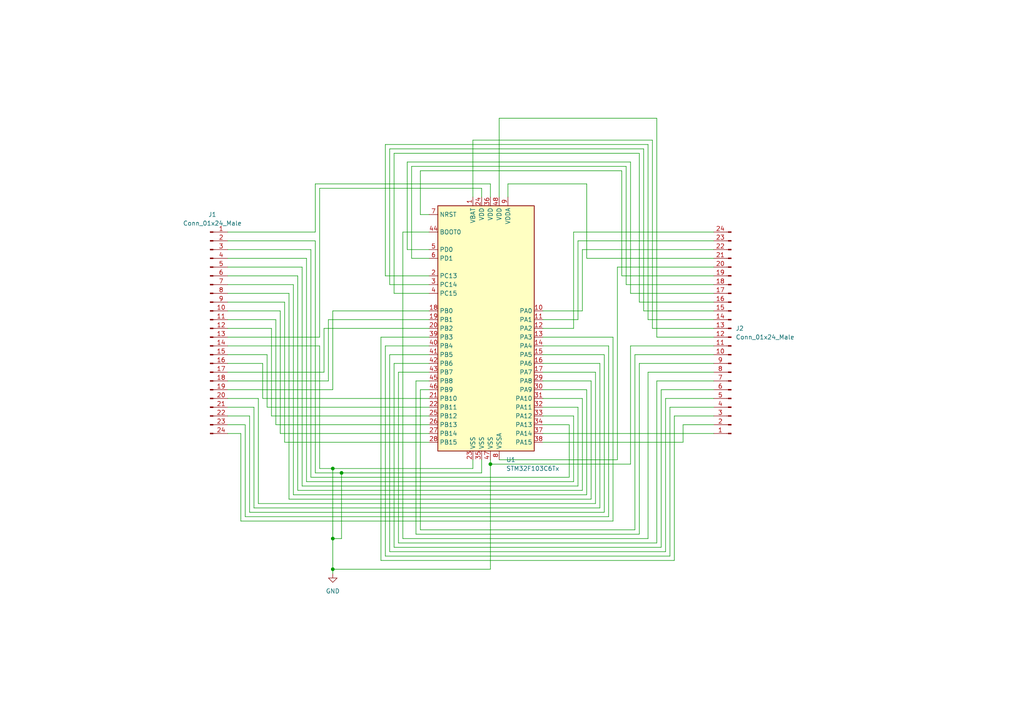
<source format=kicad_sch>
(kicad_sch (version 20211123) (generator eeschema)
  (paper "A4")
  (lib_symbols
    (symbol "Connector:Conn_01x24_Male" (pin_names (offset 1.016) hide)
      (property "Reference" "J" (at 0 30.48 0))
      (property "Value" "Conn_01x24_Male" (at 0 -33.02 0))
      (symbol "Conn_01x24_Male_1_1"
        (polyline (pts (xy 1.27 -30.48) (xy 0.8636 -30.48)) (stroke (width 0.1524)))
        (polyline (pts (xy 1.27 -27.94) (xy 0.8636 -27.94)) (stroke (width 0.1524)))
        (polyline (pts (xy 1.27 -25.4) (xy 0.8636 -25.4)) (stroke (width 0.1524)))
        (polyline (pts (xy 1.27 -22.86) (xy 0.8636 -22.86)) (stroke (width 0.1524)))
        (polyline (pts (xy 1.27 -20.32) (xy 0.8636 -20.32)) (stroke (width 0.1524)))
        (polyline (pts (xy 1.27 -17.78) (xy 0.8636 -17.78)) (stroke (width 0.1524)))
        (polyline (pts (xy 1.27 -15.24) (xy 0.8636 -15.24)) (stroke (width 0.1524)))
        (polyline (pts (xy 1.27 -12.7) (xy 0.8636 -12.7)) (stroke (width 0.1524)))
        (polyline (pts (xy 1.27 -10.16) (xy 0.8636 -10.16)) (stroke (width 0.1524)))
        (polyline (pts (xy 1.27 -7.62) (xy 0.8636 -7.62)) (stroke (width 0.1524)))
        (polyline (pts (xy 1.27 -5.08) (xy 0.8636 -5.08)) (stroke (width 0.1524)))
        (polyline (pts (xy 1.27 -2.54) (xy 0.8636 -2.54)) (stroke (width 0.1524)))
        (polyline (pts (xy 1.27 0) (xy 0.8636 0)) (stroke (width 0.1524)))
        (polyline (pts (xy 1.27 2.54) (xy 0.8636 2.54)) (stroke (width 0.1524)))
        (polyline (pts (xy 1.27 5.08) (xy 0.8636 5.08)) (stroke (width 0.1524)))
        (polyline (pts (xy 1.27 7.62) (xy 0.8636 7.62)) (stroke (width 0.1524)))
        (polyline (pts (xy 1.27 10.16) (xy 0.8636 10.16)) (stroke (width 0.1524)))
        (polyline (pts (xy 1.27 12.7) (xy 0.8636 12.7)) (stroke (width 0.1524)))
        (polyline (pts (xy 1.27 15.24) (xy 0.8636 15.24)) (stroke (width 0.1524)))
        (polyline (pts (xy 1.27 17.78) (xy 0.8636 17.78)) (stroke (width 0.1524)))
        (polyline (pts (xy 1.27 20.32) (xy 0.8636 20.32)) (stroke (width 0.1524)))
        (polyline (pts (xy 1.27 22.86) (xy 0.8636 22.86)) (stroke (width 0.1524)))
        (polyline (pts (xy 1.27 25.4) (xy 0.8636 25.4)) (stroke (width 0.1524)))
        (polyline (pts (xy 1.27 27.94) (xy 0.8636 27.94)) (stroke (width 0.1524)))
        (rectangle (start 0.8636 -30.353) (end 0 -30.607) (stroke (width 0.1524)) (fill (type outline)))
        (rectangle (start 0.8636 -27.813) (end 0 -28.067) (stroke (width 0.1524)) (fill (type outline)))
        (rectangle (start 0.8636 -25.273) (end 0 -25.527) (stroke (width 0.1524)) (fill (type outline)))
        (rectangle (start 0.8636 -22.733) (end 0 -22.987) (stroke (width 0.1524)) (fill (type outline)))
        (rectangle (start 0.8636 -20.193) (end 0 -20.447) (stroke (width 0.1524)) (fill (type outline)))
        (rectangle (start 0.8636 -17.653) (end 0 -17.907) (stroke (width 0.1524)) (fill (type outline)))
        (rectangle (start 0.8636 -15.113) (end 0 -15.367) (stroke (width 0.1524)) (fill (type outline)))
        (rectangle (start 0.8636 -12.573) (end 0 -12.827) (stroke (width 0.1524)) (fill (type outline)))
        (rectangle (start 0.8636 -10.033) (end 0 -10.287) (stroke (width 0.1524)) (fill (type outline)))
        (rectangle (start 0.8636 -7.493) (end 0 -7.747) (stroke (width 0.1524)) (fill (type outline)))
        (rectangle (start 0.8636 -4.953) (end 0 -5.207) (stroke (width 0.1524)) (fill (type outline)))
        (rectangle (start 0.8636 -2.413) (end 0 -2.667) (stroke (width 0.1524)) (fill (type outline)))
        (rectangle (start 0.8636 0.127) (end 0 -0.127) (stroke (width 0.1524)) (fill (type outline)))
        (rectangle (start 0.8636 2.667) (end 0 2.413) (stroke (width 0.1524)) (fill (type outline)))
        (rectangle (start 0.8636 5.207) (end 0 4.953) (stroke (width 0.1524)) (fill (type outline)))
        (rectangle (start 0.8636 7.747) (end 0 7.493) (stroke (width 0.1524)) (fill (type outline)))
        (rectangle (start 0.8636 10.287) (end 0 10.033) (stroke (width 0.1524)) (fill (type outline)))
        (rectangle (start 0.8636 12.827) (end 0 12.573) (stroke (width 0.1524)) (fill (type outline)))
        (rectangle (start 0.8636 15.367) (end 0 15.113) (stroke (width 0.1524)) (fill (type outline)))
        (rectangle (start 0.8636 17.907) (end 0 17.653) (stroke (width 0.1524)) (fill (type outline)))
        (rectangle (start 0.8636 20.447) (end 0 20.193) (stroke (width 0.1524)) (fill (type outline)))
        (rectangle (start 0.8636 22.987) (end 0 22.733) (stroke (width 0.1524)) (fill (type outline)))
        (rectangle (start 0.8636 25.527) (end 0 25.273) (stroke (width 0.1524)) (fill (type outline)))
        (rectangle (start 0.8636 28.067) (end 0 27.813) (stroke (width 0.1524)) (fill (type outline)))
        (pin passive line (at 5.08 27.94 180) (length 3.81) (name "Pin_1") (number "1"))
        (pin passive line (at 5.08 5.08 180) (length 3.81) (name "Pin_10") (number "10"))
        (pin passive line (at 5.08 2.54 180) (length 3.81) (name "Pin_11") (number "11"))
        (pin passive line (at 5.08 0 180) (length 3.81) (name "Pin_12") (number "12"))
        (pin passive line (at 5.08 -2.54 180) (length 3.81) (name "Pin_13") (number "13"))
        (pin passive line (at 5.08 -5.08 180) (length 3.81) (name "Pin_14") (number "14"))
        (pin passive line (at 5.08 -7.62 180) (length 3.81) (name "Pin_15") (number "15"))
        (pin passive line (at 5.08 -10.16 180) (length 3.81) (name "Pin_16") (number "16"))
        (pin passive line (at 5.08 -12.7 180) (length 3.81) (name "Pin_17") (number "17"))
        (pin passive line (at 5.08 -15.24 180) (length 3.81) (name "Pin_18") (number "18"))
        (pin passive line (at 5.08 -17.78 180) (length 3.81) (name "Pin_19") (number "19"))
        (pin passive line (at 5.08 25.4 180) (length 3.81) (name "Pin_2") (number "2"))
        (pin passive line (at 5.08 -20.32 180) (length 3.81) (name "Pin_20") (number "20"))
        (pin passive line (at 5.08 -22.86 180) (length 3.81) (name "Pin_21") (number "21"))
        (pin passive line (at 5.08 -25.4 180) (length 3.81) (name "Pin_22") (number "22"))
        (pin passive line (at 5.08 -27.94 180) (length 3.81) (name "Pin_23") (number "23"))
        (pin passive line (at 5.08 -30.48 180) (length 3.81) (name "Pin_24") (number "24"))
        (pin passive line (at 5.08 22.86 180) (length 3.81) (name "Pin_3") (number "3"))
        (pin passive line (at 5.08 20.32 180) (length 3.81) (name "Pin_4") (number "4"))
        (pin passive line (at 5.08 17.78 180) (length 3.81) (name "Pin_5") (number "5"))
        (pin passive line (at 5.08 15.24 180) (length 3.81) (name "Pin_6") (number "6"))
        (pin passive line (at 5.08 12.7 180) (length 3.81) (name "Pin_7") (number "7"))
        (pin passive line (at 5.08 10.16 180) (length 3.81) (name "Pin_8") (number "8"))
        (pin passive line (at 5.08 7.62 180) (length 3.81) (name "Pin_9") (number "9"))
      )
    )
    (symbol "MCU_ST_STM32F1:STM32F103C6Tx"
      (property "Reference" "U" (at -15.24 36.83 0))
      (property "Value" "STM32F103C6Tx" (at 7.62 36.83 0))
      (symbol "STM32F103C6Tx_0_1"
        (rectangle (start -15.24 -35.56) (end 12.7 35.56) (stroke (width 0.254)) (fill (type background)))
      )
      (symbol "STM32F103C6Tx_1_1"
        (pin power_in line (at -5.08 38.1 270) (length 2.54) (name "VBAT") (number "1"))
        (pin bidirectional line (at 15.24 5.08 180) (length 2.54) (name "PA0") (number "10"))
        (pin bidirectional line (at 15.24 2.54 180) (length 2.54) (name "PA1") (number "11"))
        (pin bidirectional line (at 15.24 0 180) (length 2.54) (name "PA2") (number "12"))
        (pin bidirectional line (at 15.24 -2.54 180) (length 2.54) (name "PA3") (number "13"))
        (pin bidirectional line (at 15.24 -5.08 180) (length 2.54) (name "PA4") (number "14"))
        (pin bidirectional line (at 15.24 -7.62 180) (length 2.54) (name "PA5") (number "15"))
        (pin bidirectional line (at 15.24 -10.16 180) (length 2.54) (name "PA6") (number "16"))
        (pin bidirectional line (at 15.24 -12.7 180) (length 2.54) (name "PA7") (number "17"))
        (pin bidirectional line (at -17.78 5.08 0) (length 2.54) (name "PB0") (number "18"))
        (pin bidirectional line (at -17.78 2.54 0) (length 2.54) (name "PB1") (number "19"))
        (pin bidirectional line (at -17.78 15.24 0) (length 2.54) (name "PC13") (number "2"))
        (pin bidirectional line (at -17.78 0 0) (length 2.54) (name "PB2") (number "20"))
        (pin bidirectional line (at -17.78 -20.32 0) (length 2.54) (name "PB10") (number "21"))
        (pin bidirectional line (at -17.78 -22.86 0) (length 2.54) (name "PB11") (number "22"))
        (pin power_in line (at -5.08 -38.1 90) (length 2.54) (name "VSS") (number "23"))
        (pin power_in line (at -2.54 38.1 270) (length 2.54) (name "VDD") (number "24"))
        (pin bidirectional line (at -17.78 -25.4 0) (length 2.54) (name "PB12") (number "25"))
        (pin bidirectional line (at -17.78 -27.94 0) (length 2.54) (name "PB13") (number "26"))
        (pin bidirectional line (at -17.78 -30.48 0) (length 2.54) (name "PB14") (number "27"))
        (pin bidirectional line (at -17.78 -33.02 0) (length 2.54) (name "PB15") (number "28"))
        (pin bidirectional line (at 15.24 -15.24 180) (length 2.54) (name "PA8") (number "29"))
        (pin bidirectional line (at -17.78 12.7 0) (length 2.54) (name "PC14") (number "3"))
        (pin bidirectional line (at 15.24 -17.78 180) (length 2.54) (name "PA9") (number "30"))
        (pin bidirectional line (at 15.24 -20.32 180) (length 2.54) (name "PA10") (number "31"))
        (pin bidirectional line (at 15.24 -22.86 180) (length 2.54) (name "PA11") (number "32"))
        (pin bidirectional line (at 15.24 -25.4 180) (length 2.54) (name "PA12") (number "33"))
        (pin bidirectional line (at 15.24 -27.94 180) (length 2.54) (name "PA13") (number "34"))
        (pin power_in line (at -2.54 -38.1 90) (length 2.54) (name "VSS") (number "35"))
        (pin power_in line (at 0 38.1 270) (length 2.54) (name "VDD") (number "36"))
        (pin bidirectional line (at 15.24 -30.48 180) (length 2.54) (name "PA14") (number "37"))
        (pin bidirectional line (at 15.24 -33.02 180) (length 2.54) (name "PA15") (number "38"))
        (pin bidirectional line (at -17.78 -2.54 0) (length 2.54) (name "PB3") (number "39"))
        (pin bidirectional line (at -17.78 10.16 0) (length 2.54) (name "PC15") (number "4"))
        (pin bidirectional line (at -17.78 -5.08 0) (length 2.54) (name "PB4") (number "40"))
        (pin bidirectional line (at -17.78 -7.62 0) (length 2.54) (name "PB5") (number "41"))
        (pin bidirectional line (at -17.78 -10.16 0) (length 2.54) (name "PB6") (number "42"))
        (pin bidirectional line (at -17.78 -12.7 0) (length 2.54) (name "PB7") (number "43"))
        (pin input line (at -17.78 27.94 0) (length 2.54) (name "BOOT0") (number "44"))
        (pin bidirectional line (at -17.78 -15.24 0) (length 2.54) (name "PB8") (number "45"))
        (pin bidirectional line (at -17.78 -17.78 0) (length 2.54) (name "PB9") (number "46"))
        (pin power_in line (at 0 -38.1 90) (length 2.54) (name "VSS") (number "47"))
        (pin power_in line (at 2.54 38.1 270) (length 2.54) (name "VDD") (number "48"))
        (pin input line (at -17.78 22.86 0) (length 2.54) (name "PD0") (number "5"))
        (pin input line (at -17.78 20.32 0) (length 2.54) (name "PD1") (number "6"))
        (pin input line (at -17.78 33.02 0) (length 2.54) (name "NRST") (number "7"))
        (pin power_in line (at 2.54 -38.1 90) (length 2.54) (name "VSSA") (number "8"))
        (pin power_in line (at 5.08 38.1 270) (length 2.54) (name "VDDA") (number "9"))
      )
    )
    (symbol "power:GND" (power) (pin_names (offset 0))
      (property "Value" "GND" (at 0 -3.81 0))
      (symbol "GND_0_1"
        (polyline (pts (xy 0 0) (xy 0 -1.27) (xy 1.27 -1.27) (xy 0 -2.54) (xy -1.27 -1.27) (xy 0 -1.27)))
      )
      (symbol "GND_1_1"
        (pin power_in line (at 0 0 270) (length 0) hide (name "GND") (number "1"))
      )
    )
  )
  (junction (at 96.52 156.21))
  (junction (at 142.24 134.62))
  (junction (at 96.52 135.89))
  (junction (at 99.06 137.16))
  (junction (at 96.52 165.1))
  (wire (pts (xy 88.9 139.7) (xy 88.9 74.93)))
  (wire (pts (xy 168.91 72.39) (xy 207.01 72.39)))
  (wire (pts (xy 168.91 90.17) (xy 168.91 72.39)))
  (wire (pts (xy 144.78 57.15) (xy 144.78 34.29)))
  (wire (pts (xy 187.96 107.95) (xy 207.01 107.95)))
  (wire (pts (xy 111.76 161.29) (xy 194.31 161.29)))
  (wire (pts (xy 186.69 90.17) (xy 207.01 90.17)))
  (wire (pts (xy 82.55 128.27) (xy 82.55 87.63)))
  (wire (pts (xy 72.39 120.65) (xy 66.04 120.65)))
  (wire (pts (xy 110.49 97.79) (xy 110.49 162.56)))
  (wire (pts (xy 124.46 128.27) (xy 82.55 128.27)))
  (wire (pts (xy 119.38 74.93) (xy 119.38 48.26)))
  (wire (pts (xy 121.92 62.23) (xy 121.92 49.53)))
  (wire (pts (xy 124.46 97.79) (xy 110.49 97.79)))
  (wire (pts (xy 95.25 92.71) (xy 95.25 110.49)))
  (wire (pts (xy 124.46 102.87) (xy 113.03 102.87)))
  (wire (pts (xy 124.46 105.41) (xy 114.3 105.41)))
  (wire (pts (xy 113.03 160.02) (xy 193.04 160.02)))
  (wire (pts (xy 124.46 90.17) (xy 96.52 90.17)))
  (wire (pts (xy 173.99 105.41) (xy 173.99 147.32)))
  (wire (pts (xy 185.42 105.41) (xy 207.01 105.41)))
  (wire (pts (xy 175.26 148.59) (xy 72.39 148.59)))
  (wire (pts (xy 190.5 157.48) (xy 190.5 110.49)))
  (wire (pts (xy 124.46 92.71) (xy 95.25 92.71)))
  (wire (pts (xy 157.48 110.49) (xy 171.45 110.49)))
  (wire (pts (xy 74.93 146.05) (xy 74.93 115.57)))
  (wire (pts (xy 147.32 53.34) (xy 170.18 53.34)))
  (wire (pts (xy 78.74 120.65) (xy 78.74 95.25)))
  (wire (pts (xy 166.37 95.25) (xy 166.37 67.31)))
  (wire (pts (xy 71.12 123.19) (xy 66.04 123.19)))
  (wire (pts (xy 170.18 74.93) (xy 207.01 74.93)))
  (wire (pts (xy 118.11 46.99) (xy 182.88 46.99)))
  (wire (pts (xy 96.52 135.89) (xy 96.52 156.21)))
  (wire (pts (xy 166.37 120.65) (xy 166.37 139.7)))
  (wire (pts (xy 157.48 107.95) (xy 172.72 107.95)))
  (wire (pts (xy 91.44 53.34) (xy 91.44 67.31)))
  (wire (pts (xy 87.63 77.47) (xy 66.04 77.47)))
  (wire (pts (xy 195.58 120.65) (xy 207.01 120.65)))
  (wire (pts (xy 124.46 125.73) (xy 81.28 125.73)))
  (wire (pts (xy 96.52 165.1) (xy 96.52 166.37)))
  (wire (pts (xy 78.74 95.25) (xy 66.04 95.25)))
  (wire (pts (xy 182.88 46.99) (xy 182.88 85.09)))
  (wire (pts (xy 157.48 90.17) (xy 168.91 90.17)))
  (wire (pts (xy 124.46 107.95) (xy 115.57 107.95)))
  (wire (pts (xy 165.1 123.19) (xy 165.1 138.43)))
  (wire (pts (xy 124.46 62.23) (xy 121.92 62.23)))
  (wire (pts (xy 124.46 118.11) (xy 77.47 118.11)))
  (wire (pts (xy 176.53 100.33) (xy 176.53 149.86)))
  (wire (pts (xy 177.8 97.79) (xy 177.8 151.13)))
  (wire (pts (xy 157.48 100.33) (xy 176.53 100.33)))
  (wire (pts (xy 124.46 100.33) (xy 111.76 100.33)))
  (wire (pts (xy 80.01 123.19) (xy 80.01 92.71)))
  (wire (pts (xy 167.64 118.11) (xy 167.64 140.97)))
  (wire (pts (xy 171.45 110.49) (xy 171.45 144.78)))
  (wire (pts (xy 92.71 100.33) (xy 66.04 100.33)))
  (wire (pts (xy 137.16 57.15) (xy 137.16 40.64)))
  (wire (pts (xy 91.44 67.31) (xy 66.04 67.31)))
  (wire (pts (xy 182.88 85.09) (xy 207.01 85.09)))
  (wire (pts (xy 71.12 149.86) (xy 71.12 123.19)))
  (wire (pts (xy 172.72 146.05) (xy 74.93 146.05)))
  (wire (pts (xy 93.98 95.25) (xy 93.98 107.95)))
  (wire (pts (xy 144.78 34.29) (xy 190.5 34.29)))
  (wire (pts (xy 139.7 137.16) (xy 99.06 137.16)))
  (wire (pts (xy 168.91 115.57) (xy 168.91 142.24)))
  (wire (pts (xy 76.2 115.57) (xy 76.2 105.41)))
  (wire (pts (xy 82.55 87.63) (xy 66.04 87.63)))
  (wire (pts (xy 78.74 120.65) (xy 124.46 120.65)))
  (wire (pts (xy 92.71 54.61) (xy 92.71 97.79)))
  (wire (pts (xy 194.31 161.29) (xy 194.31 118.11)))
  (wire (pts (xy 157.48 102.87) (xy 175.26 102.87)))
  (wire (pts (xy 177.8 151.13) (xy 69.85 151.13)))
  (wire (pts (xy 139.7 133.35) (xy 139.7 137.16)))
  (wire (pts (xy 166.37 67.31) (xy 207.01 67.31)))
  (wire (pts (xy 190.5 110.49) (xy 207.01 110.49)))
  (wire (pts (xy 172.72 107.95) (xy 172.72 146.05)))
  (wire (pts (xy 118.11 72.39) (xy 118.11 46.99)))
  (wire (pts (xy 157.48 97.79) (xy 177.8 97.79)))
  (wire (pts (xy 142.24 133.35) (xy 142.24 134.62)))
  (wire (pts (xy 170.18 53.34) (xy 170.18 74.93)))
  (wire (pts (xy 190.5 97.79) (xy 207.01 97.79)))
  (wire (pts (xy 139.7 57.15) (xy 139.7 54.61)))
  (wire (pts (xy 92.71 97.79) (xy 66.04 97.79)))
  (wire (pts (xy 96.52 90.17) (xy 96.52 113.03)))
  (wire (pts (xy 124.46 113.03) (xy 121.92 113.03)))
  (wire (pts (xy 124.46 110.49) (xy 120.65 110.49)))
  (wire (pts (xy 179.07 133.35) (xy 179.07 77.47)))
  (wire (pts (xy 114.3 158.75) (xy 191.77 158.75)))
  (wire (pts (xy 92.71 135.89) (xy 92.71 100.33)))
  (wire (pts (xy 91.44 69.85) (xy 66.04 69.85)))
  (wire (pts (xy 120.65 154.94) (xy 185.42 154.94)))
  (wire (pts (xy 182.88 134.62) (xy 182.88 100.33)))
  (wire (pts (xy 157.48 118.11) (xy 167.64 118.11)))
  (wire (pts (xy 157.48 123.19) (xy 165.1 123.19)))
  (wire (pts (xy 124.46 95.25) (xy 93.98 95.25)))
  (wire (pts (xy 176.53 149.86) (xy 71.12 149.86)))
  (wire (pts (xy 66.04 90.17) (xy 81.28 90.17)))
  (wire (pts (xy 74.93 115.57) (xy 66.04 115.57)))
  (wire (pts (xy 157.48 120.65) (xy 166.37 120.65)))
  (wire (pts (xy 189.23 95.25) (xy 207.01 95.25)))
  (wire (pts (xy 111.76 41.91) (xy 187.96 41.91)))
  (wire (pts (xy 182.88 100.33) (xy 207.01 100.33)))
  (wire (pts (xy 137.16 135.89) (xy 96.52 135.89)))
  (wire (pts (xy 96.52 156.21) (xy 96.52 165.1)))
  (wire (pts (xy 184.15 102.87) (xy 207.01 102.87)))
  (wire (pts (xy 77.47 118.11) (xy 77.47 102.87)))
  (wire (pts (xy 116.84 156.21) (xy 187.96 156.21)))
  (wire (pts (xy 168.91 142.24) (xy 86.36 142.24)))
  (wire (pts (xy 86.36 142.24) (xy 86.36 80.01)))
  (wire (pts (xy 142.24 53.34) (xy 91.44 53.34)))
  (wire (pts (xy 110.49 162.56) (xy 195.58 162.56)))
  (wire (pts (xy 181.61 82.55) (xy 207.01 82.55)))
  (wire (pts (xy 119.38 48.26) (xy 181.61 48.26)))
  (wire (pts (xy 165.1 138.43) (xy 90.17 138.43)))
  (wire (pts (xy 81.28 125.73) (xy 81.28 90.17)))
  (wire (pts (xy 121.92 113.03) (xy 121.92 153.67)))
  (wire (pts (xy 157.48 125.73) (xy 207.01 125.73)))
  (wire (pts (xy 157.48 128.27) (xy 198.12 128.27)))
  (wire (pts (xy 115.57 107.95) (xy 115.57 157.48)))
  (wire (pts (xy 69.85 151.13) (xy 69.85 125.73)))
  (wire (pts (xy 85.09 143.51) (xy 85.09 82.55)))
  (wire (pts (xy 191.77 158.75) (xy 191.77 113.03)))
  (wire (pts (xy 157.48 113.03) (xy 170.18 113.03)))
  (wire (pts (xy 137.16 40.64) (xy 189.23 40.64)))
  (wire (pts (xy 115.57 157.48) (xy 190.5 157.48)))
  (wire (pts (xy 113.03 82.55) (xy 113.03 43.18)))
  (wire (pts (xy 173.99 147.32) (xy 73.66 147.32)))
  (wire (pts (xy 185.42 154.94) (xy 185.42 105.41)))
  (wire (pts (xy 181.61 48.26) (xy 181.61 82.55)))
  (wire (pts (xy 111.76 100.33) (xy 111.76 161.29)))
  (wire (pts (xy 142.24 134.62) (xy 142.24 165.1)))
  (wire (pts (xy 77.47 102.87) (xy 66.04 102.87)))
  (wire (pts (xy 124.46 82.55) (xy 113.03 82.55)))
  (wire (pts (xy 198.12 128.27) (xy 198.12 123.19)))
  (wire (pts (xy 76.2 105.41) (xy 66.04 105.41)))
  (wire (pts (xy 114.3 44.45) (xy 185.42 44.45)))
  (wire (pts (xy 190.5 34.29) (xy 190.5 97.79)))
  (wire (pts (xy 189.23 40.64) (xy 189.23 95.25)))
  (wire (pts (xy 187.96 92.71) (xy 207.01 92.71)))
  (wire (pts (xy 139.7 54.61) (xy 92.71 54.61)))
  (wire (pts (xy 170.18 143.51) (xy 85.09 143.51)))
  (wire (pts (xy 113.03 102.87) (xy 113.03 160.02)))
  (wire (pts (xy 167.64 140.97) (xy 87.63 140.97)))
  (wire (pts (xy 73.66 147.32) (xy 73.66 118.11)))
  (wire (pts (xy 198.12 123.19) (xy 207.01 123.19)))
  (wire (pts (xy 86.36 80.01) (xy 66.04 80.01)))
  (wire (pts (xy 124.46 80.01) (xy 111.76 80.01)))
  (wire (pts (xy 142.24 134.62) (xy 182.88 134.62)))
  (wire (pts (xy 185.42 87.63) (xy 207.01 87.63)))
  (wire (pts (xy 137.16 133.35) (xy 137.16 135.89)))
  (wire (pts (xy 114.3 105.41) (xy 114.3 158.75)))
  (wire (pts (xy 111.76 80.01) (xy 111.76 41.91)))
  (wire (pts (xy 167.64 92.71) (xy 167.64 69.85)))
  (wire (pts (xy 157.48 92.71) (xy 167.64 92.71)))
  (wire (pts (xy 175.26 102.87) (xy 175.26 148.59)))
  (wire (pts (xy 142.24 165.1) (xy 96.52 165.1)))
  (wire (pts (xy 185.42 44.45) (xy 185.42 87.63)))
  (wire (pts (xy 124.46 115.57) (xy 76.2 115.57)))
  (wire (pts (xy 194.31 118.11) (xy 207.01 118.11)))
  (wire (pts (xy 124.46 85.09) (xy 114.3 85.09)))
  (wire (pts (xy 83.82 144.78) (xy 83.82 85.09)))
  (wire (pts (xy 88.9 74.93) (xy 66.04 74.93)))
  (wire (pts (xy 96.52 113.03) (xy 66.04 113.03)))
  (wire (pts (xy 113.03 43.18) (xy 186.69 43.18)))
  (wire (pts (xy 99.06 156.21) (xy 99.06 137.16)))
  (wire (pts (xy 96.52 156.21) (xy 99.06 156.21)))
  (wire (pts (xy 85.09 82.55) (xy 66.04 82.55)))
  (wire (pts (xy 179.07 77.47) (xy 207.01 77.47)))
  (wire (pts (xy 193.04 160.02) (xy 193.04 115.57)))
  (wire (pts (xy 157.48 115.57) (xy 168.91 115.57)))
  (wire (pts (xy 91.44 137.16) (xy 91.44 69.85)))
  (wire (pts (xy 191.77 113.03) (xy 207.01 113.03)))
  (wire (pts (xy 187.96 41.91) (xy 187.96 92.71)))
  (wire (pts (xy 157.48 105.41) (xy 173.99 105.41)))
  (wire (pts (xy 93.98 107.95) (xy 66.04 107.95)))
  (wire (pts (xy 99.06 137.16) (xy 91.44 137.16)))
  (wire (pts (xy 166.37 139.7) (xy 88.9 139.7)))
  (wire (pts (xy 124.46 123.19) (xy 80.01 123.19)))
  (wire (pts (xy 124.46 67.31) (xy 116.84 67.31)))
  (wire (pts (xy 116.84 67.31) (xy 116.84 156.21)))
  (wire (pts (xy 124.46 72.39) (xy 118.11 72.39)))
  (wire (pts (xy 195.58 162.56) (xy 195.58 120.65)))
  (wire (pts (xy 187.96 156.21) (xy 187.96 107.95)))
  (wire (pts (xy 69.85 125.73) (xy 66.04 125.73)))
  (wire (pts (xy 96.52 135.89) (xy 92.71 135.89)))
  (wire (pts (xy 120.65 110.49) (xy 120.65 154.94)))
  (wire (pts (xy 170.18 113.03) (xy 170.18 143.51)))
  (wire (pts (xy 180.34 49.53) (xy 180.34 80.01)))
  (wire (pts (xy 83.82 85.09) (xy 66.04 85.09)))
  (wire (pts (xy 184.15 153.67) (xy 184.15 102.87)))
  (wire (pts (xy 121.92 49.53) (xy 180.34 49.53)))
  (wire (pts (xy 180.34 80.01) (xy 207.01 80.01)))
  (wire (pts (xy 121.92 153.67) (xy 184.15 153.67)))
  (wire (pts (xy 147.32 57.15) (xy 147.32 53.34)))
  (wire (pts (xy 193.04 115.57) (xy 207.01 115.57)))
  (wire (pts (xy 90.17 138.43) (xy 90.17 72.39)))
  (wire (pts (xy 144.78 133.35) (xy 179.07 133.35)))
  (wire (pts (xy 72.39 148.59) (xy 72.39 120.65)))
  (wire (pts (xy 142.24 57.15) (xy 142.24 53.34)))
  (wire (pts (xy 87.63 140.97) (xy 87.63 77.47)))
  (wire (pts (xy 90.17 72.39) (xy 66.04 72.39)))
  (wire (pts (xy 80.01 92.71) (xy 66.04 92.71)))
  (wire (pts (xy 157.48 95.25) (xy 166.37 95.25)))
  (wire (pts (xy 124.46 74.93) (xy 119.38 74.93)))
  (wire (pts (xy 114.3 85.09) (xy 114.3 44.45)))
  (wire (pts (xy 95.25 110.49) (xy 66.04 110.49)))
  (wire (pts (xy 186.69 43.18) (xy 186.69 90.17)))
  (wire (pts (xy 171.45 144.78) (xy 83.82 144.78)))
  (wire (pts (xy 167.64 69.85) (xy 207.01 69.85)))
  (wire (pts (xy 73.66 118.11) (xy 66.04 118.11)))
  (symbol (lib_id "Connector:Conn_01x24_Male") (at 60.96 95.25 0) (unit 1)
    (property "Reference" "J1" (at 61.595 62.23 0))
    (property "Value" "Conn_01x24_Male" (at 61.595 64.77 0))
    (property "Footprint" "Connector_PinHeader_2.54mm:PinHeader_1x24_P2.54mm_Vertical" (effects hide))
  )
  (symbol (lib_id "power:GND") (at 96.52 166.37 0) (unit 1)
    (property "Reference" "#PWR0101" (effects hide))
    (property "Value" "GND" (at 96.52 171.45 0))
  )
  (symbol (lib_id "Connector:Conn_01x24_Male") (at 212.09 97.79 180) (unit 1)
    (property "Reference" "J2" (at 213.36 95.2499 0) (effects (justify right)))
    (property "Value" "Conn_01x24_Male" (at 213.36 97.7899 0) (effects (justify right)))
    (property "Footprint" "Connector_PinHeader_2.54mm:PinHeader_1x24_P2.54mm_Vertical" (effects hide))
  )
  (symbol (lib_id "MCU_ST_STM32F1:STM32F103C6Tx") (at 142.24 95.25 0) (unit 1)
    (property "Reference" "U1" (at 146.7994 133.35 0) (effects (justify left)))
    (property "Value" "STM32F103C6Tx" (at 146.7994 135.89 0) (effects (justify left)))
    (property "Footprint" "Package_QFP:LQFP-48_7x7mm_P0.5mm" (effects hide))
    (property "Datasheet" "http://www.st.com/st-web-ui/static/active/en/resource/technical/document/datasheet/CD00210843.pdf" (effects hide))
  )
)
</source>
